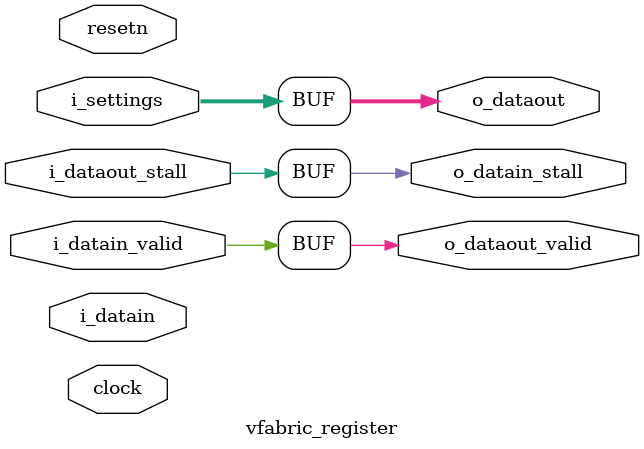
<source format=v>
    


module vfabric_register(clock, resetn, i_settings, i_datain, i_datain_valid, o_datain_stall, o_dataout, o_dataout_valid, i_dataout_stall);

parameter DATA_WIDTH = 32;
parameter STALL_FREE = 0;

 input clock, resetn;
 input [DATA_WIDTH-1:0] i_settings;
 input [DATA_WIDTH-1:0] i_datain;
 input i_datain_valid;
 output o_datain_stall;
 
 output [DATA_WIDTH-1:0] o_dataout;
 output o_dataout_valid;
 input i_dataout_stall;

generate
  if( STALL_FREE == 1)
  begin
    reg [1:0] valid_counter;
    
    always @( posedge clock or negedge resetn )
    begin
      if( !resetn )
        valid_counter <= 2'b0;
      else
        valid_counter <= (i_datain_valid) ? valid_counter + 2'b01 : valid_counter;
    end

    assign o_dataout = {24'b0, i_settings[8*valid_counter +: 8]};
    assign o_dataout_valid = i_datain_valid;
    assign o_datain_stall = i_dataout_stall;
    
  end
  else
  begin
    assign o_dataout = i_settings;
    assign o_dataout_valid = i_datain_valid;
    assign o_datain_stall = i_dataout_stall;
  end
endgenerate
 
endmodule

</source>
